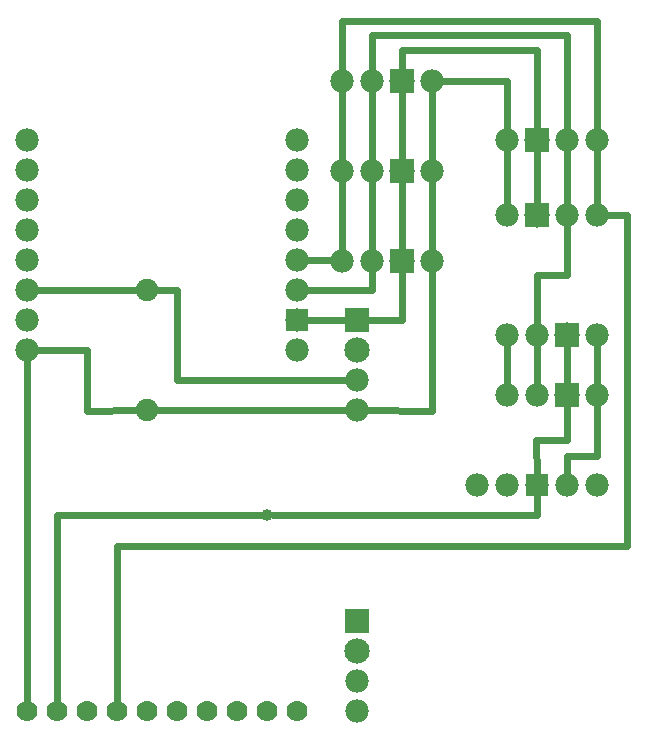
<source format=gbl>
G04 MADE WITH FRITZING*
G04 WWW.FRITZING.ORG*
G04 DOUBLE SIDED*
G04 HOLES PLATED*
G04 CONTOUR ON CENTER OF CONTOUR VECTOR*
%ASAXBY*%
%FSLAX23Y23*%
%MOIN*%
%OFA0B0*%
%SFA1.0B1.0*%
%ADD10C,0.070000*%
%ADD11C,0.078000*%
%ADD12C,0.084141*%
%ADD13C,0.075000*%
%ADD14C,0.077778*%
%ADD15C,0.039370*%
%ADD16R,0.083333X0.083333*%
%ADD17R,0.084375X0.084375*%
%ADD18R,0.077778X0.077778*%
%ADD19R,0.078000X0.078000*%
%ADD20C,0.024000*%
%LNCOPPER0*%
G90*
G70*
G54D10*
X1256Y144D03*
X1156Y144D03*
X1056Y144D03*
X956Y144D03*
X856Y144D03*
X756Y144D03*
X656Y144D03*
X556Y144D03*
X456Y144D03*
X356Y144D03*
G54D11*
X1456Y444D03*
G54D12*
X1456Y344D03*
G54D11*
X1456Y244D03*
X1456Y144D03*
G54D13*
X756Y1545D03*
X756Y1145D03*
G54D11*
X1956Y1795D03*
G54D12*
X2056Y1795D03*
G54D11*
X2156Y1795D03*
X2256Y1795D03*
X1956Y2045D03*
G54D12*
X2056Y2045D03*
G54D11*
X2156Y2045D03*
X2256Y2045D03*
X2256Y1395D03*
G54D12*
X2156Y1395D03*
G54D11*
X2056Y1395D03*
X1956Y1395D03*
X1706Y1944D03*
G54D12*
X1606Y1944D03*
G54D11*
X1506Y1944D03*
X1406Y1944D03*
X1706Y1644D03*
G54D12*
X1606Y1644D03*
G54D11*
X1506Y1644D03*
X1406Y1644D03*
X1706Y2244D03*
G54D12*
X1606Y2244D03*
G54D11*
X1506Y2244D03*
X1406Y2244D03*
X2256Y1195D03*
G54D12*
X2156Y1195D03*
G54D11*
X2056Y1195D03*
X1956Y1195D03*
X1456Y1445D03*
G54D12*
X1456Y1345D03*
G54D11*
X1456Y1245D03*
X1456Y1145D03*
G54D14*
X356Y2045D03*
X356Y1945D03*
X356Y1845D03*
X356Y1745D03*
X356Y1645D03*
X356Y1545D03*
X356Y1445D03*
X356Y1345D03*
X1256Y1345D03*
X1256Y1445D03*
X1256Y1545D03*
X1256Y1645D03*
X1256Y1745D03*
X1256Y1845D03*
X1256Y1945D03*
X1256Y2045D03*
G54D11*
X2256Y895D03*
X2156Y895D03*
X2056Y895D03*
X1956Y895D03*
X1856Y895D03*
G54D15*
X1156Y795D03*
G54D16*
X1456Y444D03*
G54D17*
X2056Y1795D03*
X2056Y2045D03*
X2155Y1395D03*
X1606Y1944D03*
X1606Y1644D03*
X1606Y2244D03*
X2155Y1195D03*
G54D16*
X1456Y1445D03*
G54D18*
X1256Y1445D03*
G54D19*
X2056Y895D03*
G54D20*
X1137Y795D02*
X457Y795D01*
D02*
X457Y795D02*
X456Y175D01*
D02*
X356Y1316D02*
X356Y175D01*
D02*
X655Y694D02*
X656Y175D01*
D02*
X2356Y694D02*
X655Y694D01*
D02*
X2356Y1796D02*
X2356Y694D01*
D02*
X2286Y1795D02*
X2356Y1796D01*
D02*
X1606Y1913D02*
X1606Y1676D01*
D02*
X1706Y1914D02*
X1706Y1674D01*
D02*
X1506Y1914D02*
X1506Y1674D01*
D02*
X1406Y1914D02*
X1406Y1674D01*
D02*
X1406Y2214D02*
X1406Y1974D01*
D02*
X1506Y2214D02*
X1506Y1974D01*
D02*
X1606Y2213D02*
X1606Y1976D01*
D02*
X1706Y2214D02*
X1706Y1974D01*
D02*
X2055Y2345D02*
X1607Y2345D01*
D02*
X1607Y2345D02*
X1606Y2276D01*
D02*
X2056Y2077D02*
X2055Y2345D01*
D02*
X1505Y2396D02*
X1506Y2274D01*
D02*
X2156Y2396D02*
X1505Y2396D01*
D02*
X2156Y2075D02*
X2156Y2396D01*
D02*
X2056Y1827D02*
X2056Y2014D01*
D02*
X1405Y2444D02*
X1406Y2274D01*
D02*
X2255Y2444D02*
X1405Y2444D01*
D02*
X2256Y2075D02*
X2255Y2444D01*
D02*
X1956Y1825D02*
X1956Y2015D01*
D02*
X1956Y2244D02*
X1956Y2075D01*
D02*
X1736Y2244D02*
X1956Y2244D01*
D02*
X2156Y1825D02*
X2156Y2015D01*
D02*
X2256Y1825D02*
X2256Y2015D01*
D02*
X2156Y1595D02*
X2156Y1765D01*
D02*
X2056Y1425D02*
X2056Y1595D01*
D02*
X2056Y1595D02*
X2156Y1595D01*
D02*
X855Y1245D02*
X855Y1546D01*
D02*
X855Y1546D02*
X784Y1545D01*
D02*
X1426Y1245D02*
X855Y1245D01*
D02*
X1426Y1145D02*
X784Y1145D01*
D02*
X1606Y1445D02*
X1486Y1445D01*
D02*
X1606Y1613D02*
X1606Y1445D01*
D02*
X1706Y1144D02*
X1486Y1145D01*
D02*
X1706Y1614D02*
X1706Y1144D01*
D02*
X2256Y1365D02*
X2256Y1225D01*
D02*
X2156Y1364D02*
X2156Y1227D01*
D02*
X2056Y1225D02*
X2056Y1365D01*
D02*
X1956Y1225D02*
X1956Y1365D01*
D02*
X1505Y1546D02*
X1285Y1545D01*
D02*
X1506Y1614D02*
X1505Y1546D01*
D02*
X1376Y1645D02*
X1285Y1645D01*
D02*
X555Y1144D02*
X727Y1145D01*
D02*
X555Y1345D02*
X555Y1144D01*
D02*
X385Y1345D02*
X555Y1345D01*
D02*
X385Y1545D02*
X727Y1545D01*
D02*
X2156Y1045D02*
X2054Y1045D01*
D02*
X2054Y1045D02*
X2055Y925D01*
D02*
X2156Y1164D02*
X2156Y1045D01*
D02*
X2256Y1165D02*
X2255Y994D01*
D02*
X2255Y994D02*
X2156Y994D01*
D02*
X2156Y994D02*
X2156Y925D01*
D02*
X1426Y1445D02*
X1285Y1445D01*
D02*
X1175Y795D02*
X2056Y795D01*
D02*
X2056Y795D02*
X2056Y865D01*
G04 End of Copper0*
M02*
</source>
